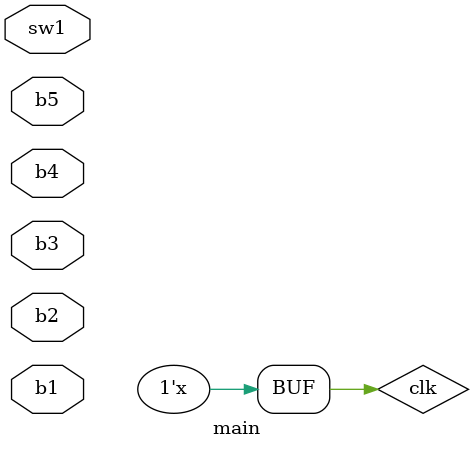
<source format=v>
`timescale 1ns / 1ps


module main( //put tin like the inputs and stuff later
    input b1,
    input b2,
    input b3,
    input b4,
    input b5,
    
    input sw1, //decides on whether we are recording or not
    
    //something something mouse
    
    
    //something something audio
    
    );
   wire [7:0] current_note; // our current not
   wire       write_enable = sw1 & greater_than;
   
   
   
   memo memory(current_note, address, data_in, write_enable, clk, reset); 

   
   wire   mux_out;
   
   mux8 mux(data_in, adress1, address2, adress3, adress4, adress5, next_add, mux_ctrl);

   adder theadd(next_add, data_in, 1);

   wire   greater_than, equal_to;
   
   
   comparator camp(greater_than, equal_to, current_note);
   
   
    
   always #5 clk = !clk; //do some thing with the clock

   
    
endmodule



</source>
